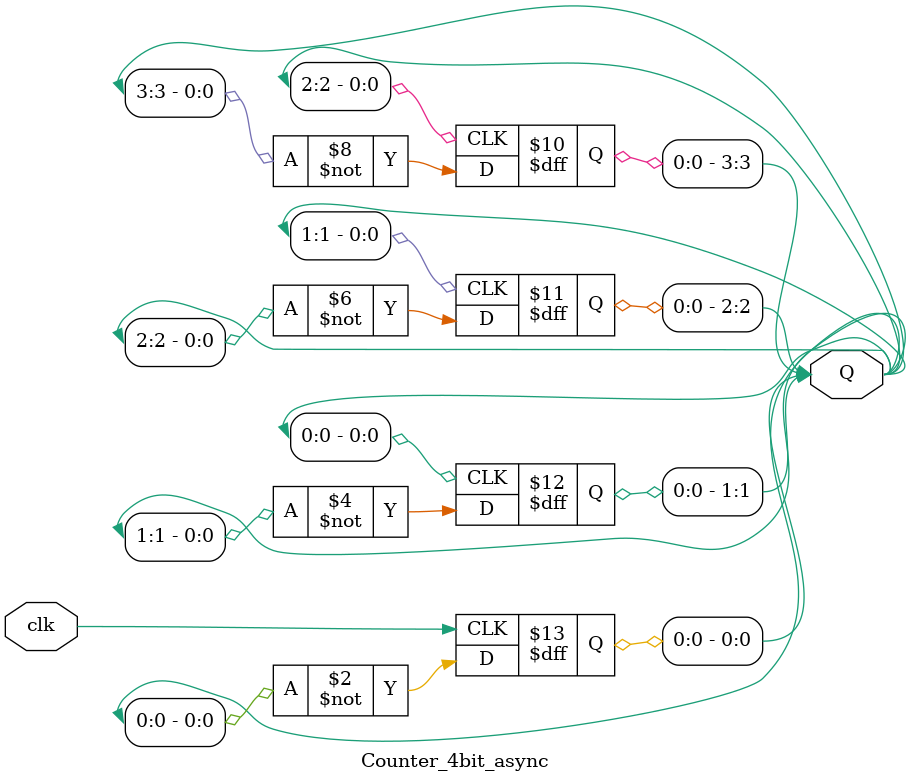
<source format=v>
`timescale 1ns / 1ps


module Counter_4bit_async(
    input clk,
    output [3:0] Q
    );
    
    reg [3:0] Q;
    wire clk;
    
    initial begin
        Q = 4'b0;
    end
    
    always@(negedge clk) begin
        Q[0] <= ~Q[0];
    end
    always@(negedge Q[0]) begin
        Q[1] <= ~Q[1];
    end
    always@(negedge Q[1]) begin
        Q[2] <= ~Q[2];
    end
    always@(negedge Q[2]) begin
        Q[3] <= ~Q[3];
    end        
        
endmodule

</source>
